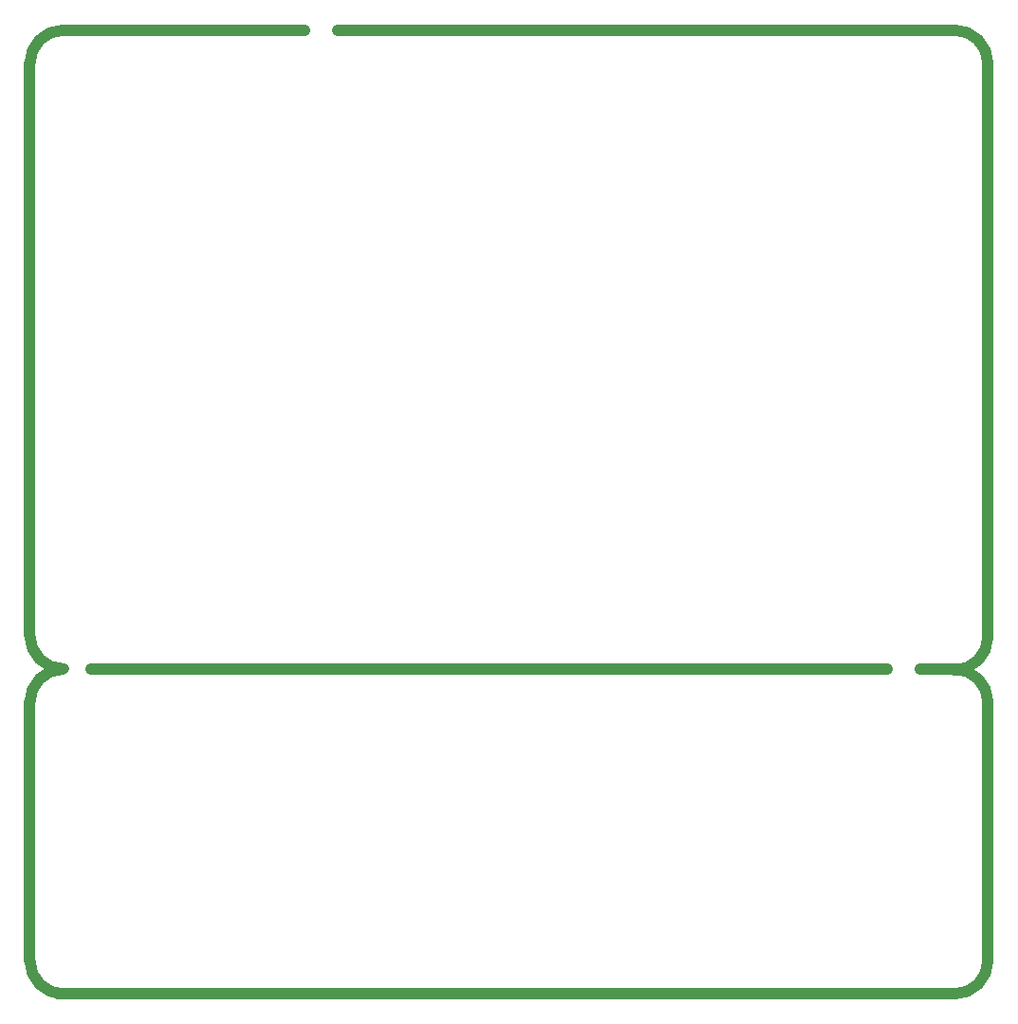
<source format=gbr>
G04 #@! TF.FileFunction,Profile,NP*
%FSLAX46Y46*%
G04 Gerber Fmt 4.6, Leading zero omitted, Abs format (unit mm)*
G04 Created by KiCad (PCBNEW (2015-01-16 BZR 5376)-product) date 6/13/2016 5:18:32 PM*
%MOMM*%
G01*
G04 APERTURE LIST*
%ADD10C,0.100000*%
%ADD11C,1.000000*%
G04 APERTURE END LIST*
D10*
D11*
X93500000Y-132000000D02*
X93500000Y-155000000D01*
X179000000Y-132000000D02*
X179000000Y-155000000D01*
X176000000Y-129100000D02*
G75*
G03X179000000Y-126100000I0J3000000D01*
G01*
X96000000Y-158000000D02*
X176000000Y-158000000D01*
X93500000Y-155000000D02*
G75*
G03X96500000Y-158000000I3000000J0D01*
G01*
X179000000Y-132000000D02*
G75*
G03X176000000Y-129000000I-3000000J0D01*
G01*
X96500000Y-129000000D02*
G75*
G03X93500000Y-132000000I0J-3000000D01*
G01*
X96500000Y-72000000D02*
X118000000Y-72000000D01*
X179000000Y-75000000D02*
G75*
G03X176000000Y-72000000I-3000000J0D01*
G01*
X176000000Y-158000000D02*
G75*
G03X179000000Y-155000000I0J3000000D01*
G01*
X93500000Y-126000000D02*
G75*
G03X96500000Y-129000000I3000000J0D01*
G01*
X170000000Y-129000000D02*
X99000000Y-129000000D01*
X176000000Y-129000000D02*
X173000000Y-129000000D01*
X179000000Y-75000000D02*
X179000000Y-126000000D01*
X121000000Y-72000000D02*
X176000000Y-72000000D01*
X96500000Y-72000000D02*
G75*
G03X93500000Y-75000000I0J-3000000D01*
G01*
X93500000Y-75000000D02*
X93500000Y-126000000D01*
M02*

</source>
